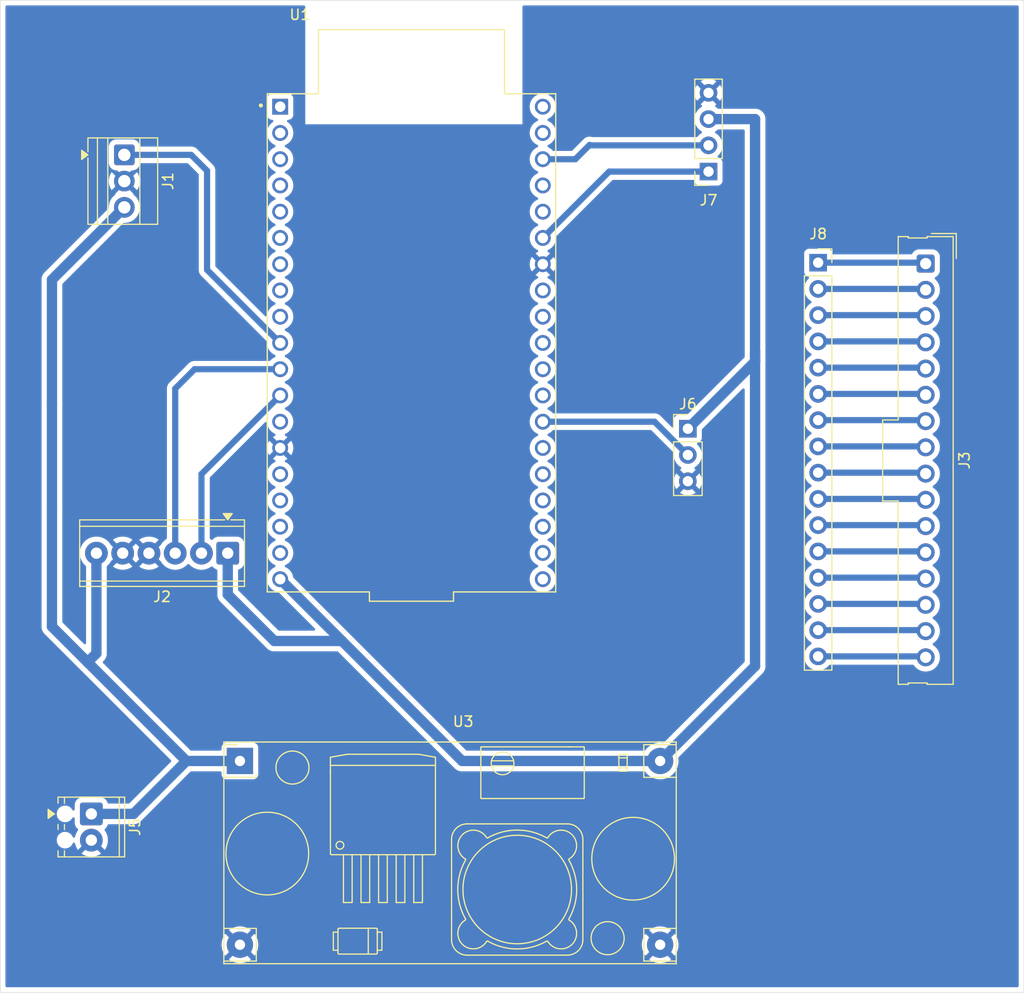
<source format=kicad_pcb>
(kicad_pcb (version 20241229) (generator "pcbnew") (generator_version "9.0")
  (layers (0 "F.Cu" signal) (2 "B.Cu" signal) (13 "F.Paste" user) (15 "B.Paste" user) (5 "F.SilkS" user "F.Silkscreen") (7 "B.SilkS" user "B.Silkscreen") (1 "F.Mask" user) (3 "B.Mask" user) (25 "Edge.Cuts" user))
  (net 0 "")
  (net 1 "+5V")
  (net 2 "/relay1")
  (net 3 "GND")
  (net 4 "/relay2")
  (net 5 "/relay3")
  (net 6 "/señal_flujo")
  (net 7 "/SDA")
  (net 8 "/SCL")
  (net 9 "+12V")
  (net 10 "Net-(J3-Pin_4)")
  (net 11 "Net-(J3-Pin_8)")
  (net 12 "Net-(J3-Pin_11)")
  (net 13 "Net-(J3-Pin_2)")
  (net 14 "Net-(J3-Pin_14)")
  (net 15 "Net-(J3-Pin_16)")
  (net 16 "Net-(J3-Pin_7)")
  (net 17 "Net-(J3-Pin_1)")
  (net 18 "Net-(J3-Pin_15)")
  (net 19 "Net-(J3-Pin_3)")
  (net 20 "Net-(J3-Pin_5)")
  (net 21 "Net-(J3-Pin_13)")
  (net 22 "Net-(J3-Pin_10)")
  (net 23 "Net-(J3-Pin_9)")
  (net 24 "Net-(J3-Pin_6)")
  (net 25 "Net-(J3-Pin_12)")
  (footprint "TerminalBlock_Phoenix:TerminalBlock_Phoenix_MPT-0,5-6-2.54_1x06_P2.54mm_Horizontal" (layer "F.Cu") (at 156.5 92.5 180)
    (property "Reference" "J2" (at 6.35 -4.22 0) (layer "F.SilkS"))
    (property "Value" "Screw_Terminal_01x06")
    (fp_line (start 14.32 3.22) (end 0.3 3.22) (stroke (width 0.12)) (layer "F.SilkS"))
    (fp_line (start 14.32 -3.22) (end 14.32 3.22) (stroke (width 0.12)) (layer "F.SilkS"))
    (fp_line (start -0.3 3.22) (end -1.62 3.22) (stroke (width 0.12)) (layer "F.SilkS"))
    (fp_line (start -1.62 3.22) (end -1.62 -3.22) (stroke (width 0.12)) (layer "F.SilkS"))
    (fp_line (start -1.62 2.6) (end 14.32 2.6) (stroke (width 0.12)) (layer "F.SilkS"))
    (fp_line (start -1.62 -2.7) (end 14.32 -2.7) (stroke (width 0.12)) (layer "F.SilkS"))
    (fp_line (start -1.62 -3.22) (end 14.32 -3.22) (stroke (width 0.12)) (layer "F.SilkS"))
    (fp_poly (pts (xy 0 3.22) (xy 0.44 3.83) (xy -0.44 3.83)) (stroke (width 0.12)) (fill yes) (layer "F.SilkS"))
    (pad "1" thru_hole roundrect (at 0 0 180) (size 2.2 2.2) (drill 1.1) (layers "*.Cu" "*.Mask") (roundrect_rratio 0.113636) (net 1 "+5V"))
    (pad "2" thru_hole circle (at 2.54 0 180) (size 2.2 2.2) (drill 1.1) (layers "*.Cu" "*.Mask") (net 5 "/relay3"))
    (pad "3" thru_hole circle (at 5.08 0 180) (size 2.2 2.2) (drill 1.1) (layers "*.Cu" "*.Mask") (net 4 "/relay2"))
    (pad "4" thru_hole circle (at 7.62 0 180) (size 2.2 2.2) (drill 1.1) (layers "*.Cu" "*.Mask") (net 3 "GND"))
    (pad "5" thru_hole circle (at 10.16 0 180) (size 2.2 2.2) (drill 1.1) (layers "*.Cu" "*.Mask") (net 3 "GND"))
    (pad "6" thru_hole circle (at 12.7 0 180) (size 2.2 2.2) (drill 1.1) (layers "*.Cu" "*.Mask") (net 9 "+12V"))
  )
  (footprint "Connector_PinSocket_2.54mm:PinSocket_1x04_P2.54mm_Vertical" (layer "F.Cu") (at 203 55.58 180)
    (property "Reference" "J7" (at 0 -2.77 0) (layer "F.SilkS"))
    (property "Value" "Conn_01x04_Pin")
    (fp_line (start 1.33 1.27) (end 1.33 8.95) (stroke (width 0.12)) (layer "F.SilkS"))
    (fp_line (start 1.33 -1.33) (end 1.33 0) (stroke (width 0.12)) (layer "F.SilkS"))
    (fp_line (start 0 -1.33) (end 1.33 -1.33) (stroke (width 0.12)) (layer "F.SilkS"))
    (fp_line (start -1.33 8.95) (end 1.33 8.95) (stroke (width 0.12)) (layer "F.SilkS"))
    (fp_line (start -1.33 1.27) (end 1.33 1.27) (stroke (width 0.12)) (layer "F.SilkS"))
    (fp_line (start -1.33 1.27) (end -1.33 8.95) (stroke (width 0.12)) (layer "F.SilkS"))
    (pad "1" thru_hole rect (at 0 0 180) (size 1.7 1.7) (drill 1) (layers "*.Cu" "*.Mask") (net 7 "/SDA"))
    (pad "2" thru_hole circle (at 0 2.54 180) (size 1.7 1.7) (drill 1) (layers "*.Cu" "*.Mask") (net 8 "/SCL"))
    (pad "3" thru_hole circle (at 0 5.08 180) (size 1.7 1.7) (drill 1) (layers "*.Cu" "*.Mask") (net 1 "+5V"))
    (pad "4" thru_hole circle (at 0 7.62 180) (size 1.7 1.7) (drill 1) (layers "*.Cu" "*.Mask") (net 3 "GND"))
  )
  (footprint "TerminalBlock:TerminalBlock_Xinya_XY308-2.54-3P_1x03_P2.54mm_Horizontal" (layer "F.Cu") (at 146.5 53.96 -90)
    (property "Reference" "J1" (at 2.54 -4.22 90) (layer "F.SilkS"))
    (property "Value" "rele1")
    (fp_line (start -1.64 3.52) (end -1.64 -3.22) (stroke (width 0.12)) (layer "F.SilkS"))
    (fp_line (start -0.3 3.52) (end -1.64 3.52) (stroke (width 0.12)) (layer "F.SilkS"))
    (fp_line (start 6.72 3.52) (end 0.3 3.52) (stroke (width 0.12)) (layer "F.SilkS"))
    (fp_line (start -1.64 2.6) (end 6.72 2.6) (stroke (width 0.12)) (layer "F.SilkS"))
    (fp_line (start -1.64 1.6) (end 6.72 1.6) (stroke (width 0.12)) (layer "F.SilkS"))
    (fp_line (start -1.64 -1.5) (end 6.72 -1.5) (stroke (width 0.12)) (layer "F.SilkS"))
    (fp_line (start -1.64 -3.22) (end 6.72 -3.22) (stroke (width 0.12)) (layer "F.SilkS"))
    (fp_line (start 6.72 -3.22) (end 6.72 3.52) (stroke (width 0.12)) (layer "F.SilkS"))
    (fp_poly (pts (xy 0 3.52) (xy 0.44 4.13) (xy -0.44 4.13)) (stroke (width 0.12)) (fill yes) (layer "F.SilkS"))
    (pad "1" thru_hole roundrect (at 0 0 270) (size 2 2) (drill 1.2) (layers "*.Cu" "*.Mask") (roundrect_rratio 0.125) (net 2 "/relay1"))
    (pad "2" thru_hole circle (at 2.54 0 270) (size 2 2) (drill 1.2) (layers "*.Cu" "*.Mask") (net 3 "GND"))
    (pad "3" thru_hole circle (at 5.08 0 270) (size 2 2) (drill 1.2) (layers "*.Cu" "*.Mask") (net 9 "+12V"))
  )
  (footprint "LM2595 dcdc:YAAJ_DCDC_StepDown_LM2596" (layer "F.Cu") (at 157.68 112.61)
    (property "Reference" "U3" (at 21.59 -3.81 0) (layer "F.SilkS"))
    (property "Value" "YAAJ_DCDC_StepDown_LM2596")
    (fp_line (start -1.555 -1.835) (end -1.555 19.615) (stroke (width 0.12)) (layer "F.SilkS"))
    (fp_line (start -1.555 19.615) (end 42.195 19.615) (stroke (width 0.12)) (layer "F.SilkS"))
    (fp_line (start -1.55 -1.58) (end -0.25 -1.58) (stroke (width 0.12)) (layer "F.SilkS"))
    (fp_line (start -1.55 1.575) (end 1.58 1.58) (stroke (width 0.12)) (layer "F.SilkS"))
    (fp_line (start -1.55 16.2) (end 1.58 16.2) (stroke (width 0.12)) (layer "F.SilkS"))
    (fp_line (start -1.55 19.36) (end 1.58 19.36) (stroke (width 0.12)) (layer "F.SilkS"))
    (fp_line (start 1.58 1.27) (end 1.58 1.58) (stroke (width 0.12)) (layer "F.SilkS"))
    (fp_line (start 1.58 16.2) (end 1.58 19.36) (stroke (width 0.12)) (layer "F.SilkS"))
    (fp_line (start 8.749233 1.004149) (end 8.749233 1.165687) (stroke (width 0.12)) (layer "F.SilkS"))
    (fp_line (start 8.750233 -0.36239) (end 10.400233 -0.653329) (stroke (width 0.12)) (layer "F.SilkS"))
    (fp_line (start 8.750233 8.989106) (end 8.750233 -0.36239) (stroke (width 0.12)) (layer "F.SilkS"))
    (fp_line (start 8.750233 8.989106) (end 8.827797 9.06667) (stroke (width 0.12)) (layer "F.SilkS"))
    (fp_line (start 8.827797 9.06667) (end 18.83267 9.06667) (stroke (width 0.12)) (layer "F.SilkS"))
    (fp_line (start 9.031636 16.558217) (end 9.481636 16.558217) (stroke (width 0.12)) (layer "F.SilkS"))
    (fp_line (start 9.031636 18.308217) (end 9.031636 16.558217) (stroke (width 0.12)) (layer "F.SilkS"))
    (fp_line (start 9.481636 18.308217) (end 9.031636 18.308217) (stroke (width 0.12)) (layer "F.SilkS"))
    (fp_line (start 9.481636 18.583217) (end 9.481636 16.283217) (stroke (width 0.12)) (layer "F.SilkS"))
    (fp_line (start 9.581636 16.183217) (end 13.181636 16.183217) (stroke (width 0.12)) (layer "F.SilkS"))
    (fp_line (start 10.010233 13.69667) (end 10.010233 9.06667) (stroke (width 0.12)) (layer "F.SilkS"))
    (fp_line (start 10.010233 13.69667) (end 10.850233 13.69667) (stroke (width 0.12)) (layer "F.SilkS"))
    (fp_line (start 10.400233 -0.653329) (end 17.260233 -0.653329) (stroke (width 0.12)) (layer "F.SilkS"))
    (fp_line (start 10.850233 13.69667) (end 10.850233 9.06667) (stroke (width 0.12)) (layer "F.SilkS"))
    (fp_line (start 11.710233 13.69667) (end 11.710233 9.06667) (stroke (width 0.12)) (layer "F.SilkS"))
    (fp_line (start 11.710233 13.69667) (end 12.550233 13.69667) (stroke (width 0.12)) (layer "F.SilkS"))
    (fp_line (start 12.411358 16.283217) (end 12.411358 18.583217) (stroke (width 0.12)) (layer "F.SilkS"))
    (fp_line (start 12.550233 13.69667) (end 12.550233 9.06667) (stroke (width 0.12)) (layer "F.SilkS"))
    (fp_line (start 13.181636 18.683217) (end 9.581636 18.683217) (stroke (width 0.12)) (layer "F.SilkS"))
    (fp_line (start 13.281636 16.283217) (end 13.281636 18.583217) (stroke (width 0.12)) (layer "F.SilkS"))
    (fp_line (start 13.281636 16.558217) (end 13.731636 16.558217) (stroke (width 0.12)) (layer "F.SilkS"))
    (fp_line (start 13.282636 16.794696) (end 13.282636 16.700144) (stroke (width 0.12)) (layer "F.SilkS"))
    (fp_line (start 13.410233 13.69667) (end 13.410233 9.06667) (stroke (width 0.12)) (layer "F.SilkS"))
    (fp_line (start 13.410233 13.69667) (end 14.250233 13.69667) (stroke (width 0.12)) (layer "F.SilkS"))
    (fp_line (start 13.731636 16.558217) (end 13.731636 18.308217) (stroke (width 0.12)) (layer "F.SilkS"))
    (fp_line (start 13.731636 18.308217) (end 13.281636 18.308217) (stroke (width 0.12)) (layer "F.SilkS"))
    (fp_line (start 14.250233 13.69667) (end 14.250233 9.06667) (stroke (width 0.12)) (layer "F.SilkS"))
    (fp_line (start 15.110233 13.69667) (end 15.110233 9.06667) (stroke (width 0.12)) (layer "F.SilkS"))
    (fp_line (start 15.110233 13.69667) (end 15.950233 13.69667) (stroke (width 0.12)) (layer "F.SilkS"))
    (fp_line (start 15.950233 13.69667) (end 15.950233 9.06667) (stroke (width 0.12)) (layer "F.SilkS"))
    (fp_line (start 16.810233 13.69667) (end 16.810233 9.06667) (stroke (width 0.12)) (layer "F.SilkS"))
    (fp_line (start 16.810233 13.69667) (end 17.650233 13.69667) (stroke (width 0.12)) (layer "F.SilkS"))
    (fp_line (start 17.260233 -0.653329) (end 18.910233 -0.36239) (stroke (width 0.12)) (layer "F.SilkS"))
    (fp_line (start 17.650233 13.69667) (end 17.650233 9.06667) (stroke (width 0.12)) (layer "F.SilkS"))
    (fp_line (start 18.83267 9.06667) (end 18.910233 8.989106) (stroke (width 0.12)) (layer "F.SilkS"))
    (fp_line (start 18.910233 0.42667) (end 8.750233 0.42667) (stroke (width 0.12)) (layer "F.SilkS"))
    (fp_line (start 18.910233 8.989106) (end 18.910233 -0.36239) (stroke (width 0.12)) (layer "F.SilkS"))
    (fp_line (start 20.467397 7.585796) (end 20.467397 17.285796) (stroke (width 0.12)) (layer "F.SilkS"))
    (fp_line (start 21.967397 18.785796) (end 31.667397 18.785796) (stroke (width 0.12)) (layer "F.SilkS"))
    (fp_line (start 23.299783 3.582294) (end 23.299783 -1.317705) (stroke (width 0.12)) (layer "F.SilkS"))
    (fp_line (start 23.349783 -1.367705) (end 33.249783 -1.367705) (stroke (width 0.12)) (layer "F.SilkS"))
    (fp_line (start 24.336385 -0.0491) (end 24.360553 -0.017705) (stroke (width 0.12)) (layer "F.SilkS"))
    (fp_line (start 24.348594 0.007294) (end 24.324147 0.002062) (stroke (width 0.12)) (layer "F.SilkS"))
    (fp_line (start 24.348594 0.007294) (end 24.355764 -0.023925) (stroke (width 0.12)) (layer "F.SilkS"))
    (fp_line (start 24.348594 0.007294) (end 24.360553 -0.017705) (stroke (width 0.12)) (layer "F.SilkS"))
    (fp_line (start 24.360553 0.482294) (end 26.439014 0.482294) (stroke (width 0.12)) (layer "F.SilkS"))
    (fp_line (start 26.439014 -0.017705) (end 24.360553 -0.017705) (stroke (width 0.12)) (layer "F.SilkS"))
    (fp_line (start 31.667397 6.085796) (end 21.967397 6.085796) (stroke (width 0.12)) (layer "F.SilkS"))
    (fp_line (start 31.858978 -1.368705) (end 31.814106 -1.368705) (stroke (width 0.12)) (layer "F.SilkS"))
    (fp_line (start 31.942312 -1.368705) (end 31.908357 -1.368705) (stroke (width 0.12)) (layer "F.SilkS"))
    (fp_line (start 33.167397 17.285796) (end 33.167397 7.585796) (stroke (width 0.12)) (layer "F.SilkS"))
    (fp_line (start 33.249783 3.632294) (end 23.349783 3.632294) (stroke (width 0.12)) (layer "F.SilkS"))
    (fp_line (start 33.299783 -1.317705) (end 33.299783 3.582294) (stroke (width 0.12)) (layer "F.SilkS"))
    (fp_line (start 36.648681 -0.299704) (end 37.448681 -0.299704) (stroke (width 0.12)) (layer "F.SilkS"))
    (fp_line (start 36.648681 0.980295) (end 36.648681 -0.619704) (stroke (width 0.12)) (layer "F.SilkS"))
    (fp_line (start 37.448681 -0.619704) (end 36.648681 -0.619704) (stroke (width 0.12)) (layer "F.SilkS"))
    (fp_line (start 37.448681 -0.619704) (end 37.448681 0.980295) (stroke (width 0.12)) (layer "F.SilkS"))
    (fp_line (start 37.448681 0.660295) (end 36.648681 0.660295) (stroke (width 0.12)) (layer "F.SilkS"))
    (fp_line (start 37.448681 0.980295) (end 36.648681 0.980295) (stroke (width 0.12)) (layer "F.SilkS"))
    (fp_line (start 39.06 -1.58) (end 42.175 -1.58) (stroke (width 0.12)) (layer "F.SilkS"))
    (fp_line (start 39.06 1.58) (end 39.06 -1.58) (stroke (width 0.12)) (layer "F.SilkS"))
    (fp_line (start 39.06 1.58) (end 42.22 1.58) (stroke (width 0.12)) (layer "F.SilkS"))
    (fp_line (start 39.06 16.2) (end 42.175 16.2) (stroke (width 0.12)) (layer "F.SilkS"))
    (fp_line (start 39.06 19.36) (end 39.06 16.2) (stroke (width 0.12)) (layer "F.SilkS"))
    (fp_line (start 39.06 19.36) (end 42.175 19.36) (stroke (width 0.12)) (layer "F.SilkS"))
    (fp_line (start 42.195 -1.835) (end -1.555 -1.835) (stroke (width 0.12)) (layer "F.SilkS"))
    (fp_line (start 42.195 19.615) (end 42.195 -1.835) (stroke (width 0.12)) (layer "F.SilkS"))
    (fp_arc (start 9.481636 16.283217) (mid 9.510925 16.212506) (end 9.581636 16.183217) (stroke (width 0.12)) (layer "F.SilkS"))
    (fp_arc (start 9.581636 18.683217) (mid 9.510925 18.653928) (end 9.481636 18.583217) (stroke (width 0.12)) (layer "F.SilkS"))
    (fp_arc (start 13.181636 16.183217) (mid 13.252347 16.212506) (end 13.281636 16.283217) (stroke (width 0.12)) (layer "F.SilkS"))
    (fp_arc (start 13.281636 18.583217) (mid 13.252347 18.653928) (end 13.181636 18.683217) (stroke (width 0.12)) (layer "F.SilkS"))
    (fp_arc (start 20.467397 7.585796) (mid 20.906737 6.525136) (end 21.967397 6.085796) (stroke (width 0.12)) (layer "F.SilkS"))
    (fp_arc (start 21.781131 9.46601) (mid 21.825145 9.526245) (end 21.815218 9.600183) (stroke (width 0.12)) (layer "F.SilkS"))
    (fp_arc (start 21.781132 9.466011) (mid 21.514096 7.132496) (end 23.847611 7.399531) (stroke (width 0.12)) (layer "F.SilkS"))
    (fp_arc (start 21.815217 15.271409) (mid 21.825145 15.345347) (end 21.781132 15.405582) (stroke (width 0.12)) (layer "F.SilkS"))
    (fp_arc (start 21.815218 15.27141) (mid 21.067397 12.435796) (end 21.815218 9.600183) (stroke (width 0.12)) (layer "F.SilkS"))
    (fp_arc (start 21.967397 18.785796) (mid 20.906737 18.346456) (end 20.467397 17.285796) (stroke (width 0.12)) (layer "F.SilkS"))
    (fp_arc (start 23.299783 -1.317705) (mid 23.314428 -1.35306) (end 23.349783 -1.367705) (stroke (width 0.12)) (layer "F.SilkS"))
    (fp_arc (start 23.349783 3.632294) (mid 23.314428 3.617649) (end 23.299783 3.582294) (stroke (width 0.12)) (layer "F.SilkS"))
    (fp_arc (start 23.847611 17.472062) (mid 21.514095 17.739097) (end 21.781132 15.405582) (stroke (width 0.12)) (layer "F.SilkS"))
    (fp_arc (start 23.847611 17.472062) (mid 23.907845 17.428049) (end 23.981783 17.437976) (stroke (width 0.12)) (layer "F.SilkS"))
    (fp_arc (start 23.981783 7.433617) (mid 23.907845 7.443544) (end 23.847611 7.399531) (stroke (width 0.12)) (layer "F.SilkS"))
    (fp_arc (start 23.981784 7.433617) (mid 26.817397 6.685796) (end 29.653011 7.433617) (stroke (width 0.12)) (layer "F.SilkS"))
    (fp_arc (start 24.324148 0.462527) (mid 26.469605 -0.023594) (end 24.336385 0.51369) (stroke (width 0.12)) (layer "F.SilkS"))
    (fp_arc (start 29.653011 17.437976) (mid 26.817397 18.185797) (end 23.981783 17.437976) (stroke (width 0.12)) (layer "F.SilkS"))
    (fp_arc (start 29.653011 17.437976) (mid 29.726949 17.428049) (end 29.787183 17.472062) (stroke (width 0.12)) (layer "F.SilkS"))
    (fp_arc (start 29.787183 7.399531) (mid 29.726949 7.443544) (end 29.653011 7.433617) (stroke (width 0.12)) (layer "F.SilkS"))
    (fp_arc (start 29.787183 7.399531) (mid 32.120699 7.132496) (end 31.853662 9.466011) (stroke (width 0.12)) (layer "F.SilkS"))
    (fp_arc (start 31.667397 6.085796) (mid 32.728057 6.525136) (end 33.167397 7.585796) (stroke (width 0.12)) (layer "F.SilkS"))
    (fp_arc (start 31.819576 9.600183) (mid 32.567397 12.435796) (end 31.819576 15.27141) (stroke (width 0.12)) (layer "F.SilkS"))
    (fp_arc (start 31.819577 9.600184) (mid 31.809649 9.526246) (end 31.853662 9.466011) (stroke (width 0.12)) (layer "F.SilkS"))
    (fp_arc (start 31.853662 15.405582) (mid 32.120698 17.739097) (end 29.787183 17.472062) (stroke (width 0.12)) (layer "F.SilkS"))
    (fp_arc (start 31.853663 15.405583) (mid 31.809649 15.345348) (end 31.819576 15.27141) (stroke (width 0.12)) (layer "F.SilkS"))
    (fp_arc (start 33.167397 17.285796) (mid 32.728057 18.346456) (end 31.667397 18.785796) (stroke (width 0.12)) (layer "F.SilkS"))
    (fp_arc (start 33.249783 -1.367705) (mid 33.285138 -1.35306) (end 33.299783 -1.317705) (stroke (width 0.12)) (layer "F.SilkS"))
    (fp_arc (start 33.299783 3.582294) (mid 33.285138 3.617649) (end 33.249783 3.632294) (stroke (width 0.12)) (layer "F.SilkS"))
    (fp_circle (center 2.646666 8.957418) (end 6.646666 8.957418) (stroke (width 0.12)) (fill no) (layer "F.SilkS"))
    (fp_circle (center 5.08 0.635) (end 6.678999 0.635) (stroke (width 0.12)) (fill no) (layer "F.SilkS"))
    (fp_circle (center 9.673179 8.154594) (end 10.048179 8.154594) (stroke (width 0.12)) (fill no) (layer "F.SilkS"))
    (fp_circle (center 26.817397 12.435796) (end 32.067397 12.435796) (stroke (width 0.12)) (fill no) (layer "F.SilkS"))
    (fp_circle (center 35.56 17.145) (end 37.159 17.145) (stroke (width 0.12)) (fill no) (layer "F.SilkS"))
    (fp_circle (center 38.029307 9.455206) (end 42.029307 9.455206) (stroke (width 0.12)) (fill no) (layer "F.SilkS"))
    (pad "1" thru_hole rect (at 0 0) (size 2.54 2.54) (drill 1) (layers "*.Cu" "*.Mask") (net 9 "+12V"))
    (pad "2" thru_hole circle (at 0 17.78) (size 2.54 2.54) (drill 1) (layers "*.Cu" "*.Mask") (net 3 "GND"))
    (pad "3" thru_hole circle (at 40.64 17.78) (size 2.54 2.54) (drill 1) (layers "*.Cu" "*.Mask") (net 3 "GND"))
    (pad "4" thru_hole circle (at 40.64 0) (size 2.54 2.54) (drill 1) (layers "*.Cu" "*.Mask") (net 1 "+5V"))
  )
  (footprint "ESP32-DEVKITC:MODULE_ESP32-DEVKITC" (layer "F.Cu") (at 174.2725 72.15)
    (property "Reference" "U1" (at -10.795 -31.75 0) (layer "F.SilkS"))
    (property "Value" "ESP32-DEVKITC")
    (fp_line (start -13.95 -24.1) (end -13.95 24.1) (stroke (width 0.127)) (layer "F.SilkS"))
    (fp_line (start -13.95 24.1) (end -4.07 24.1) (stroke (width 0.127)) (layer "F.SilkS"))
    (fp_line (start -9 -30.3) (end 9 -30.3) (stroke (width 0.127)) (layer "F.SilkS"))
    (fp_line (start -9 -24.1) (end -13.95 -24.1) (stroke (width 0.127)) (layer "F.SilkS"))
    (fp_line (start -9 -24.1) (end -9 -30.3) (stroke (width 0.127)) (layer "F.SilkS"))
    (fp_line (start -4.07 24.1) (end -4.07 25) (stroke (width 0.127)) (layer "F.SilkS"))
    (fp_line (start -4.07 25) (end 4.06 25) (stroke (width 0.127)) (layer "F.SilkS"))
    (fp_line (start 4.06 24.1) (end 13.95 24.1) (stroke (width 0.127)) (layer "F.SilkS"))
    (fp_line (start 4.06 25) (end 4.06 24.1) (stroke (width 0.127)) (layer "F.SilkS"))
    (fp_line (start 9 -30.3) (end 9 -24.1) (stroke (width 0.127)) (layer "F.SilkS"))
    (fp_line (start 13.95 -24.1) (end 9 -24.1) (stroke (width 0.127)) (layer "F.SilkS"))
    (fp_line (start 13.95 24.1) (end 13.95 -24.1) (stroke (width 0.127)) (layer "F.SilkS"))
    (fp_circle (center -14.57 -22.97) (end -14.47 -22.97) (stroke (width 0.2)) (fill no) (layer "F.SilkS"))
    (pad "1" thru_hole rect (at -12.7 -22.85) (size 1.53 1.53) (drill 1.02) (layers "*.Cu" "*.Mask"))
    (pad "2" thru_hole circle (at -12.7 -20.31) (size 1.53 1.53) (drill 1.02) (layers "*.Cu" "*.Mask"))
    (pad "3" thru_hole circle (at -12.7 -17.77) (size 1.53 1.53) (drill 1.02) (layers "*.Cu" "*.Mask"))
    (pad "4" thru_hole circle (at -12.7 -15.23) (size 1.53 1.53) (drill 1.02) (layers "*.Cu" "*.Mask"))
    (pad "5" thru_hole circle (at -12.7 -12.69) (size 1.53 1.53) (drill 1.02) (layers "*.Cu" "*.Mask"))
    (pad "6" thru_hole circle (at -12.7 -10.15) (size 1.53 1.53) (drill 1.02) (layers "*.Cu" "*.Mask"))
    (pad "7" thru_hole circle (at -12.7 -7.61) (size 1.53 1.53) (drill 1.02) (layers "*.Cu" "*.Mask"))
    (pad "8" thru_hole circle (at -12.7 -5.07) (size 1.53 1.53) (drill 1.02) (layers "*.Cu" "*.Mask"))
    (pad "9" thru_hole circle (at -12.7 -2.53) (size 1.53 1.53) (drill 1.02) (layers "*.Cu" "*.Mask"))
    (pad "10" thru_hole circle (at -12.7 0.01) (size 1.53 1.53) (drill 1.02) (layers "*.Cu" "*.Mask") (net 2 "/relay1"))
    (pad "11" thru_hole circle (at -12.7 2.55) (size 1.53 1.53) (drill 1.02) (layers "*.Cu" "*.Mask") (net 4 "/relay2"))
    (pad "12" thru_hole circle (at -12.7 5.09) (size 1.53 1.53) (drill 1.02) (layers "*.Cu" "*.Mask") (net 5 "/relay3"))
    (pad "13" thru_hole circle (at -12.7 7.63) (size 1.53 1.53) (drill 1.02) (layers "*.Cu" "*.Mask"))
    (pad "14" thru_hole circle (at -12.7 10.17) (size 1.53 1.53) (drill 1.02) (layers "*.Cu" "*.Mask") (net 3 "GND"))
    (pad "15" thru_hole circle (at -12.7 12.71) (size 1.53 1.53) (drill 1.02) (layers "*.Cu" "*.Mask"))
    (pad "16" thru_hole circle (at -12.7 15.25) (size 1.53 1.53) (drill 1.02) (layers "*.Cu" "*.Mask"))
    (pad "17" thru_hole circle (at -12.7 17.79) (size 1.53 1.53) (drill 1.02) (layers "*.Cu" "*.Mask"))
    (pad "18" thru_hole circle (at -12.7 20.33) (size 1.53 1.53) (drill 1.02) (layers "*.Cu" "*.Mask"))
    (pad "19" thru_hole circle (at -12.7 22.87) (size 1.53 1.53) (drill 1.02) (layers "*.Cu" "*.Mask") (net 1 "+5V"))
    (pad "20" thru_hole circle (at 12.7 22.87) (size 1.53 1.53) (drill 1.02) (layers "*.Cu" "*.Mask"))
    (pad "21" thru_hole circle (at 12.7 20.33) (size 1.53 1.53) (drill 1.02) (layers "*.Cu" "*.Mask"))
    (pad "22" thru_hole circle (at 12.7 17.79) (size 1.53 1.53) (drill 1.02) (layers "*.Cu" "*.Mask"))
    (pad "23" thru_hole circle (at 12.7 15.25) (size 1.53 1.53) (drill 1.02) (layers "*.Cu" "*.Mask"))
    (pad "24" thru_hole circle (at 12.7 12.71) (size 1.53 1.53) (drill 1.02) (layers "*.Cu" "*.Mask"))
    (pad "25" thru_hole circle (at 12.7 10.17) (size 1.53 1.53) (drill 1.02) (layers "*.Cu" "*.Mask"))
    (pad "26" thru_hole circle (at 12.7 7.63) (size 1.53 1.53) (drill 1.02) (layers "*.Cu" "*.Mask") (net 6 "/señal_flujo"))
    (pad "27" thru_hole circle (at 12.7 5.09) (size 1.53 1.53) (drill 1.02) (layers "*.Cu" "*.Mask"))
    (pad "28" thru_hole circle (at 12.7 2.55) (size 1.53 1.53) (drill 1.02) (layers "*.Cu" "*.Mask"))
    (pad "29" thru_hole circle (at 12.7 0.01) (size 1.53 1.53) (drill 1.02) (layers "*.Cu" "*.Mask"))
    (pad "30" thru_hole circle (at 12.7 -2.53) (size 1.53 1.53) (drill 1.02) (layers "*.Cu" "*.Mask"))
    (pad "31" thru_hole circle (at 12.7 -5.07) (size 1.53 1.53) (drill 1.02) (layers "*.Cu" "*.Mask"))
    (pad "32" thru_hole circle (at 12.7 -7.61) (size 1.53 1.53) (drill 1.02) (layers "*.Cu" "*.Mask") (net 3 "GND"))
    (pad "33" thru_hole circle (at 12.7 -10.15) (size 1.53 1.53) (drill 1.02) (layers "*.Cu" "*.Mask") (net 7 "/SDA"))
    (pad "34" thru_hole circle (at 12.7 -12.69) (size 1.53 1.53) (drill 1.02) (layers "*.Cu" "*.Mask"))
    (pad "35" thru_hole circle (at 12.7 -15.23) (size 1.53 1.53) (drill 1.02) (layers "*.Cu" "*.Mask"))
    (pad "36" thru_hole circle (at 12.7 -17.77) (size 1.53 1.53) (drill 1.02) (layers "*.Cu" "*.Mask") (net 8 "/SCL"))
    (pad "37" thru_hole circle (at 12.7 -20.31) (size 1.53 1.53) (drill 1.02) (layers "*.Cu" "*.Mask"))
    (pad "38" thru_hole circle (at 12.7 -22.85) (size 1.53 1.53) (drill 1.02) (layers "*.Cu" "*.Mask"))
  )
  (footprint "Connector_Molex:Molex_SL_171971-0016_1x16_P2.54mm_Vertical" (layer "F.Cu") (at 224 64.48 -90)
    (property "Reference" "J3" (at 19.05 -3.75 90) (layer "F.SilkS"))
    (property "Value" "entrada_moduloI2C")
    (fp_line (start 15.13 4.16) (end 22.97 4.16) (stroke (width 0.12)) (layer "F.SilkS"))
    (fp_line (start 22.97 4.16) (end 22.97 2.66) (stroke (width 0.12)) (layer "F.SilkS"))
    (fp_line (start -2.61 2.66) (end 15.13 2.66) (stroke (width 0.12)) (layer "F.SilkS"))
    (fp_line (start 15.13 2.66) (end 15.13 4.16) (stroke (width 0.12)) (layer "F.SilkS"))
    (fp_line (start 22.97 2.66) (end 40.71 2.66) (stroke (width 0.12)) (layer "F.SilkS"))
    (fp_line (start 40.71 2.66) (end 40.71 1.68) (stroke (width 0.12)) (layer "F.SilkS"))
    (fp_line (start -2.61 1.68) (end -2.61 2.66) (stroke (width 0.12)) (layer "F.SilkS"))
    (fp_line (start -2.48 1.68) (end -2.61 1.68) (stroke (width 0.12)) (layer "F.SilkS"))
    (fp_line (start 40.58 1.68) (end 40.58 -0.13) (stroke (width 0.12)) (layer "F.SilkS"))
    (fp_line (start 40.71 1.68) (end 40.58 1.68) (stroke (width 0.12)) (layer "F.SilkS"))
    (fp_line (start -2.61 -0.13) (end -2.48 -0.13) (stroke (width 0.12)) (layer "F.SilkS"))
    (fp_line (start -2.48 -0.13) (end -2.48 1.68) (stroke (width 0.12)) (layer "F.SilkS"))
    (fp_line (start 40.58 -0.13) (end 40.71 -0.13) (stroke (width 0.12)) (layer "F.SilkS"))
    (fp_line (start 40.71 -0.13) (end 40.71 -2.66) (stroke (width 0.12)) (layer "F.SilkS"))
    (fp_line (start -2.91 -0.55) (end -2.91 -2.96) (stroke (width 0.12)) (layer "F.SilkS"))
    (fp_line (start -2.61 -2.66) (end -2.61 -0.13) (stroke (width 0.12)) (layer "F.SilkS"))
    (fp_line (start 40.71 -2.66) (end -2.61 -2.66) (stroke (width 0.12)) (layer "F.SilkS"))
    (fp_line (start -2.91 -2.96) (end -0.5 -2.96) (stroke (width 0.12)) (layer "F.SilkS"))
    (pad "1" thru_hole roundrect (at 0 0 270) (size 1.74 1.74) (drill 1.09) (layers "*.Cu" "*.Mask") (roundrect_rratio 0.143678) (net 17 "Net-(J3-Pin_1)"))
    (pad "2" thru_hole circle (at 2.54 0 270) (size 1.74 1.74) (drill 1.09) (layers "*.Cu" "*.Mask") (net 13 "Net-(J3-Pin_2)"))
    (pad "3" thru_hole circle (at 5.08 0 270) (size 1.74 1.74) (drill 1.09) (layers "*.Cu" "*.Mask") (net 19 "Net-(J3-Pin_3)"))
    (pad "4" thru_hole circle (at 7.62 0 270) (size 1.74 1.74) (drill 1.09) (layers "*.Cu" "*.Mask") (net 10 "Net-(J3-Pin_4)"))
    (pad "5" thru_hole circle (at 10.16 0 270) (size 1.74 1.74) (drill 1.09) (layers "*.Cu" "*.Mask") (net 20 "Net-(J3-Pin_5)"))
    (pad "6" thru_hole circle (at 12.7 0 270) (size 1.74 1.74) (drill 1.09) (layers "*.Cu" "*.Mask") (net 24 "Net-(J3-Pin_6)"))
    (pad "7" thru_hole circle (at 15.24 0 270) (size 1.74 1.74) (drill 1.09) (layers "*.Cu" "*.Mask") (net 16 "Net-(J3-Pin_7)"))
    (pad "8" thru_hole circle (at 17.78 0 270) (size 1.74 1.74) (drill 1.09) (layers "*.Cu" "*.Mask") (net 11 "Net-(J3-Pin_8)"))
    (pad "9" thru_hole circle (at 20.32 0 270) (size 1.74 1.74) (drill 1.09) (layers "*.Cu" "*.Mask") (net 23 "Net-(J3-Pin_9)"))
    (pad "10" thru_hole circle (at 22.86 0 270) (size 1.74 1.74) (drill 1.09) (layers "*.Cu" "*.Mask") (net 22 "Net-(J3-Pin_10)"))
    (pad "11" thru_hole circle (at 25.4 0 270) (size 1.74 1.74) (drill 1.09) (layers "*.Cu" "*.Mask") (net 12 "Net-(J3-Pin_11)"))
    (pad "12" thru_hole circle (at 27.94 0 270) (size 1.74 1.74) (drill 1.09) (layers "*.Cu" "*.Mask") (net 25 "Net-(J3-Pin_12)"))
    (pad "13" thru_hole circle (at 30.48 0 270) (size 1.74 1.74) (drill 1.09) (layers "*.Cu" "*.Mask") (net 21 "Net-(J3-Pin_13)"))
    (pad "14" thru_hole circle (at 33.02 0 270) (size 1.74 1.74) (drill 1.09) (layers "*.Cu" "*.Mask") (net 14 "Net-(J3-Pin_14)"))
    (pad "15" thru_hole circle (at 35.56 0 270) (size 1.74 1.74) (drill 1.09) (layers "*.Cu" "*.Mask") (net 18 "Net-(J3-Pin_15)"))
    (pad "16" thru_hole circle (at 38.1 0 270) (size 1.74 1.74) (drill 1.09) (layers "*.Cu" "*.Mask") (net 15 "Net-(J3-Pin_16)"))
  )
  (footprint "Connector_PinHeader_2.54mm:PinHeader_1x03_P2.54mm_Vertical" (layer "F.Cu") (at 201 80.46)
    (property "Reference" "J6" (at 0 -2.38 0) (layer "F.SilkS"))
    (property "Value" "sensor_flujo")
    (fp_line (start -1.38 -1.38) (end 0 -1.38) (stroke (width 0.12)) (layer "F.SilkS"))
    (fp_line (start -1.38 0) (end -1.38 -1.38) (stroke (width 0.12)) (layer "F.SilkS"))
    (fp_line (start -1.38 1.27) (end -1.38 6.46) (stroke (width 0.12)) (layer "F.SilkS"))
    (fp_line (start -1.38 1.27) (end 1.38 1.27) (stroke (width 0.12)) (layer "F.SilkS"))
    (fp_line (start -1.38 6.46) (end 1.38 6.46) (stroke (width 0.12)) (layer "F.SilkS"))
    (fp_line (start 1.38 1.27) (end 1.38 6.46) (stroke (width 0.12)) (layer "F.SilkS"))
    (pad "1" thru_hole rect (at 0 0) (size 1.7 1.7) (drill 1) (layers "*.Cu" "*.Mask") (net 1 "+5V"))
    (pad "2" thru_hole circle (at 0 2.54) (size 1.7 1.7) (drill 1) (layers "*.Cu" "*.Mask") (net 6 "/señal_flujo"))
    (pad "3" thru_hole circle (at 0 5.08) (size 1.7 1.7) (drill 1) (layers "*.Cu" "*.Mask") (net 3 "GND"))
  )
  (footprint "Connector_PinSocket_2.54mm:PinSocket_1x16_P2.54mm_Vertical" (layer "F.Cu") (at 213.6 64.39)
    (property "Reference" "J8" (at 0 -2.77 0) (layer "F.SilkS"))
    (property "Value" "entrada_jumpers_lcd")
    (fp_line (start -1.33 1.27) (end -1.33 39.43) (stroke (width 0.12)) (layer "F.SilkS"))
    (fp_line (start -1.33 1.27) (end 1.33 1.27) (stroke (width 0.12)) (layer "F.SilkS"))
    (fp_line (start -1.33 39.43) (end 1.33 39.43) (stroke (width 0.12)) (layer "F.SilkS"))
    (fp_line (start 0 -1.33) (end 1.33 -1.33) (stroke (width 0.12)) (layer "F.SilkS"))
    (fp_line (start 1.33 -1.33) (end 1.33 0) (stroke (width 0.12)) (layer "F.SilkS"))
    (fp_line (start 1.33 1.27) (end 1.33 39.43) (stroke (width 0.12)) (layer "F.SilkS"))
    (pad "1" thru_hole rect (at 0 0) (size 1.7 1.7) (drill 1) (layers "*.Cu" "*.Mask") (net 17 "Net-(J3-Pin_1)"))
    (pad "2" thru_hole circle (at 0 2.54) (size 1.7 1.7) (drill 1) (layers "*.Cu" "*.Mask") (net 13 "Net-(J3-Pin_2)"))
    (pad "3" thru_hole circle (at 0 5.08) (size 1.7 1.7) (drill 1) (layers "*.Cu" "*.Mask") (net 19 "Net-(J3-Pin_3)"))
    (pad "4" thru_hole circle (at 0 7.62) (size 1.7 1.7) (drill 1) (layers "*.Cu" "*.Mask") (net 10 "Net-(J3-Pin_4)"))
    (pad "5" thru_hole circle (at 0 10.16) (size 1.7 1.7) (drill 1) (layers "*.Cu" "*.Mask") (net 20 "Net-(J3-Pin_5)"))
    (pad "6" thru_hole circle (at 0 12.7) (size 1.7 1.7) (drill 1) (layers "*.Cu" "*.Mask") (net 24 "Net-(J3-Pin_6)"))
    (pad "7" thru_hole circle (at 0 15.24) (size 1.7 1.7) (drill 1) (layers "*.Cu" "*.Mask") (net 16 "Net-(J3-Pin_7)"))
    (pad "8" thru_hole circle (at 0 17.78) (size 1.7 1.7) (drill 1) (layers "*.Cu" "*.Mask") (net 11 "Net-(J3-Pin_8)"))
    (pad "9" thru_hole circle (at 0 20.32) (size 1.7 1.7) (drill 1) (layers "*.Cu" "*.Mask") (net 23 "Net-(J3-Pin_9)"))
    (pad "10" thru_hole circle (at 0 22.86) (size 1.7 1.7) (drill 1) (layers "*.Cu" "*.Mask") (net 22 "Net-(J3-Pin_10)"))
    (pad "11" thru_hole circle (at 0 25.4) (size 1.7 1.7) (drill 1) (layers "*.Cu" "*.Mask") (net 12 "Net-(J3-Pin_11)"))
    (pad "12" thru_hole circle (at 0 27.94) (size 1.7 1.7) (drill 1) (layers "*.Cu" "*.Mask") (net 25 "Net-(J3-Pin_12)"))
    (pad "13" thru_hole circle (at 0 30.48) (size 1.7 1.7) (drill 1) (layers "*.Cu" "*.Mask") (net 21 "Net-(J3-Pin_13)"))
    (pad "14" thru_hole circle (at 0 33.02) (size 1.7 1.7) (drill 1) (layers "*.Cu" "*.Mask") (net 14 "Net-(J3-Pin_14)"))
    (pad "15" thru_hole circle (at 0 35.56) (size 1.7 1.7) (drill 1) (layers "*.Cu" "*.Mask") (net 18 "Net-(J3-Pin_15)"))
    (pad "16" thru_hole circle (at 0 38.1) (size 1.7 1.7) (drill 1) (layers "*.Cu" "*.Mask") (net 15 "Net-(J3-Pin_16)"))
  )
  (footprint "TerminalBlock_Phoenix:TerminalBlock_Phoenix_MPT-0,5-2-2.54_1x02_P2.54mm_Horizontal" (layer "F.Cu") (at 143.3075 117.73 -90)
    (property "Reference" "J5" (at 1.27 -4.22 90) (layer "F.SilkS"))
    (property "Value" "Screw_Terminal_01x02")
    (fp_line (start -1.62 3.22) (end -1.62 -3.22) (stroke (width 0.12)) (layer "F.SilkS"))
    (fp_line (start -1.03 3.22) (end -1.62 3.22) (stroke (width 0.12)) (layer "F.SilkS"))
    (fp_line (start 1.51 3.22) (end 1.03 3.22) (stroke (width 0.12)) (layer "F.SilkS"))
    (fp_line (start 4.16 3.22) (end 3.57 3.22) (stroke (width 0.12)) (layer "F.SilkS"))
    (fp_line (start -1.62 2.6) (end -1.03 2.6) (stroke (width 0.12)) (layer "F.SilkS"))
    (fp_line (start 1.03 2.6) (end 1.51 2.6) (stroke (width 0.12)) (layer "F.SilkS"))
    (fp_line (start 3.57 2.6) (end 4.16 2.6) (stroke (width 0.12)) (layer "F.SilkS"))
    (fp_line (start -1.62 -2.7) (end 4.16 -2.7) (stroke (width 0.12)) (layer "F.SilkS"))
    (fp_line (start -1.62 -3.22) (end 4.16 -3.22) (stroke (width 0.12)) (layer "F.SilkS"))
    (fp_line (start 4.16 -3.22) (end 4.16 3.22) (stroke (width 0.12)) (layer "F.SilkS"))
    (fp_poly (pts (xy 0 3.57) (xy 0.44 4.18) (xy -0.44 4.18)) (stroke (width 0.12)) (fill yes) (layer "F.SilkS"))
    (pad "" np_thru_hole circle (at 0 2.54 270) (size 1.1 1.1) (drill 1.1) (layers "*.Cu" "*.Mask"))
    (pad "" np_thru_hole circle (at 2.54 2.54 270) (size 1.1 1.1) (drill 1.1) (layers "*.Cu" "*.Mask"))
    (pad "1" thru_hole roundrect (at 0 0 270) (size 2.2 2.2) (drill 1.1) (layers "*.Cu" "*.Mask") (roundrect_rratio 0.113636) (net 9 "+12V"))
    (pad "2" thru_hole circle (at 2.54 0 270) (size 2.2 2.2) (drill 1.1) (layers "*.Cu" "*.Mask") (net 3 "GND"))
  )
  (gr_rect (start 134.5 39) (end 233.5 135) (stroke (width 0.05)) (fill no) (layer "Edge.Cuts"))
  (segment (start 207.5 73) (end 207.5 50.5) (width 1) (layer "B.Cu") (net 1))
  (segment (start 207.5 50.5) (end 203 50.5) (width 1) (layer "B.Cu") (net 1))
  (segment (start 167.5525 101) (end 161.5725 95.02) (width 1) (layer "B.Cu") (net 1))
  (segment (start 161 101) (end 167.5525 101) (width 1) (layer "B.Cu") (net 1))
  (segment (start 179.1625 112.61) (end 167.5525 101) (width 1) (layer "B.Cu") (net 1))
  (segment (start 198.32 112.61) (end 179.1625 112.61) (width 1) (layer "B.Cu") (net 1))
  (segment (start 156.5 92.5) (end 156.5 96.5) (width 1) (layer "B.Cu") (net 1))
  (segment (start 207.5 103.43) (end 198.32 112.61) (width 1) (layer "B.Cu") (net 1))
  (segment (start 207.5 73.96) (end 207.5 73) (width 1) (layer "B.Cu") (net 1))
  (segment (start 207.5 73) (end 207.5 103.43) (width 1) (layer "B.Cu") (net 1))
  (segment (start 156.5 96.5) (end 161 101) (width 1) (layer "B.Cu") (net 1))
  (segment (start 201 80.46) (end 207.5 73.96) (width 1) (layer "B.Cu") (net 1))
  (segment (start 154.5 55.5) (end 154.5 65.0875) (width 0.6) (layer "B.Cu") (net 2))
  (segment (start 154.5 65.0875) (end 161.5725 72.16) (width 0.6) (layer "B.Cu") (net 2))
  (segment (start 152.96 53.96) (end 154.5 55.5) (width 0.6) (layer "B.Cu") (net 2))
  (segment (start 146.5 53.96) (end 152.96 53.96) (width 0.6) (layer "B.Cu") (net 2))
  (segment (start 157.68 130.39) (end 157.68 130.32) (width 1) (layer "B.Cu") (net 3))
  (segment (start 151.42 76.58) (end 153.3 74.7) (width 0.6) (layer "B.Cu") (net 4))
  (segment (start 161.2725 75) (end 161.5725 74.7) (width 0.6) (layer "B.Cu") (net 4))
  (segment (start 151.42 92.5) (end 151.42 76.58) (width 0.6) (layer "B.Cu") (net 4))
  (segment (start 153.3 74.7) (end 161.5725 74.7) (width 0.6) (layer "B.Cu") (net 4))
  (segment (start 161.3775 74.505) (end 161.5725 74.7) (width 0.6) (layer "B.Cu") (net 4))
  (segment (start 153.96 84.8525) (end 161.5725 77.24) (width 0.6) (layer "B.Cu") (net 5))
  (segment (start 153.96 92.5) (end 153.96 84.8525) (width 0.6) (layer "B.Cu") (net 5))
  (segment (start 197.78 79.78) (end 186.9725 79.78) (width 0.6) (layer "B.Cu") (net 6))
  (segment (start 201 83) (end 197.78 79.78) (width 0.6) (layer "B.Cu") (net 6))
  (segment (start 203 55.58) (end 193.3925 55.58) (width 0.6) (layer "B.Cu") (net 7))
  (segment (start 193.3925 55.58) (end 186.9725 62) (width 0.6) (layer "B.Cu") (net 7))
  (segment (start 203 53.04) (end 191.54 53.04) (width 0.6) (layer "B.Cu") (net 8))
  (segment (start 191.5 53) (end 190.12 54.38) (width 0.6) (layer "B.Cu") (net 8))
  (segment (start 190.12 54.38) (end 186.9725 54.38) (width 0.6) (layer "B.Cu") (net 8))
  (segment (start 191.54 53.04) (end 191.5 53) (width 0.6) (layer "B.Cu") (net 8))
  (segment (start 157.68 112.61) (end 152.5 112.61) (width 1) (layer "B.Cu") (net 9))
  (segment (start 146.5 59.04) (end 139.5 66.04) (width 1) (layer "B.Cu") (net 9))
  (segment (start 139.5 99.61) (end 142.945 103.055) (width 1) (layer "B.Cu") (net 9))
  (segment (start 147.38 117.73) (end 152.5 112.61) (width 1) (layer "B.Cu") (net 9))
  (segment (start 139.5 66.04) (end 139.5 78) (width 1) (layer "B.Cu") (net 9))
  (segment (start 143.8 92.5) (end 143.8 102.2) (width 1) (layer "B.Cu") (net 9))
  (segment (start 139.5 88.5) (end 139.5 99.61) (width 1) (layer "B.Cu") (net 9))
  (segment (start 142.945 103.055) (end 152.5 112.61) (width 1) (layer "B.Cu") (net 9))
  (segment (start 143.3075 117.73) (end 147.38 117.73) (width 1) (layer "B.Cu") (net 9))
  (segment (start 143.8 102.2) (end 142.945 103.055) (width 1) (layer "B.Cu") (net 9))
  (segment (start 139.5 78) (end 139.5 88.5) (width 1) (layer "B.Cu") (net 9))
  (segment (start 223.91 72.01) (end 224 72.1) (width 0.6) (layer "B.Cu") (net 10))
  (segment (start 213.6 72.01) (end 223.91 72.01) (width 0.6) (layer "B.Cu") (net 10))
  (segment (start 223.91 82.17) (end 224 82.26) (width 0.6) (layer "B.Cu") (net 11))
  (segment (start 213.6 82.17) (end 223.91 82.17) (width 0.6) (layer "B.Cu") (net 11))
  (segment (start 223.91 89.79) (end 224 89.88) (width 0.6) (layer "B.Cu") (net 12))
  (segment (start 213.6 89.79) (end 223.91 89.79) (width 0.6) (layer "B.Cu") (net 12))
  (segment (start 213.6 66.93) (end 223.91 66.93) (width 0.6) (layer "B.Cu") (net 13))
  (segment (start 223.91 66.93) (end 224 67.02) (width 0.6) (layer "B.Cu") (net 13))
  (segment (start 223.91 97.41) (end 224 97.5) (width 0.6) (layer "B.Cu") (net 14))
  (segment (start 213.6 97.41) (end 223.91 97.41) (width 0.6) (layer "B.Cu") (net 14))
  (segment (start 213.6 102.49) (end 223.91 102.49) (width 0.6) (layer "B.Cu") (net 15))
  (segment (start 223.91 102.49) (end 224 102.58) (width 0.6) (layer "B.Cu") (net 15))
  (segment (start 223.91 79.63) (end 224 79.72) (width 0.6) (layer "B.Cu") (net 16))
  (segment (start 213.6 79.63) (end 223.91 79.63) (width 0.6) (layer "B.Cu") (net 16))
  (segment (start 223.91 64.39) (end 224 64.48) (width 0.6) (layer "B.Cu") (net 17))
  (segment (start 213.6 64.39) (end 223.91 64.39) (width 0.6) (layer "B.Cu") (net 17))
  (segment (start 213.6 99.95) (end 223.91 99.95) (width 0.6) (layer "B.Cu") (net 18))
  (segment (start 223.91 99.95) (end 224 100.04) (width 0.6) (layer "B.Cu") (net 18))
  (segment (start 223.91 69.47) (end 224 69.56) (width 0.6) (layer "B.Cu") (net 19))
  (segment (start 213.6 69.47) (end 223.91 69.47) (width 0.6) (layer "B.Cu") (net 19))
  (segment (start 223.91 74.55) (end 224 74.64) (width 0.6) (layer "B.Cu") (net 20))
  (segment (start 213.6 74.55) (end 223.91 74.55) (width 0.6) (layer "B.Cu") (net 20))
  (segment (start 213.6 94.87) (end 223.91 94.87) (width 0.6) (layer "B.Cu") (net 21))
  (segment (start 223.91 94.87) (end 224 94.96) (width 0.6) (layer "B.Cu") (net 21))
  (segment (start 213.6 87.25) (end 223.91 87.25) (width 0.6) (layer "B.Cu") (net 22))
  (segment (start 223.91 87.25) (end 224 87.34) (width 0.6) (layer "B.Cu") (net 22))
  (segment (start 213.6 84.71) (end 223.91 84.71) (width 0.6) (layer "B.Cu") (net 23))
  (segment (start 223.91 84.71) (end 224 84.8) (width 0.6) (layer "B.Cu") (net 23))
  (segment (start 213.6 77.09) (end 223.91 77.09) (width 0.6) (layer "B.Cu") (net 24))
  (segment (start 223.91 77.09) (end 224 77.18) (width 0.6) (layer "B.Cu") (net 24))
  (segment (start 213.6 92.33) (end 223.91 92.33) (width 0.6) (layer "B.Cu") (net 25))
  (segment (start 223.91 92.33) (end 224 92.42) (width 0.6) (layer "B.Cu") (net 25))
  (zone (net 3) (net_name "GND") (layer "B.Cu") (priority 1) (connect_pads (clearance 0.5)) (min_thickness 0.25) (fill yes (thermal_gap 0.5) (thermal_bridge_width 0.5))
    (polygon (pts (xy 134.5 39) (xy 134.5 135) (xy 233.5 135) (xy 233.5 39) (xy 185 39) (xy 185 51) (xy 164 51) (xy 164 39)))
  )
)
</source>
